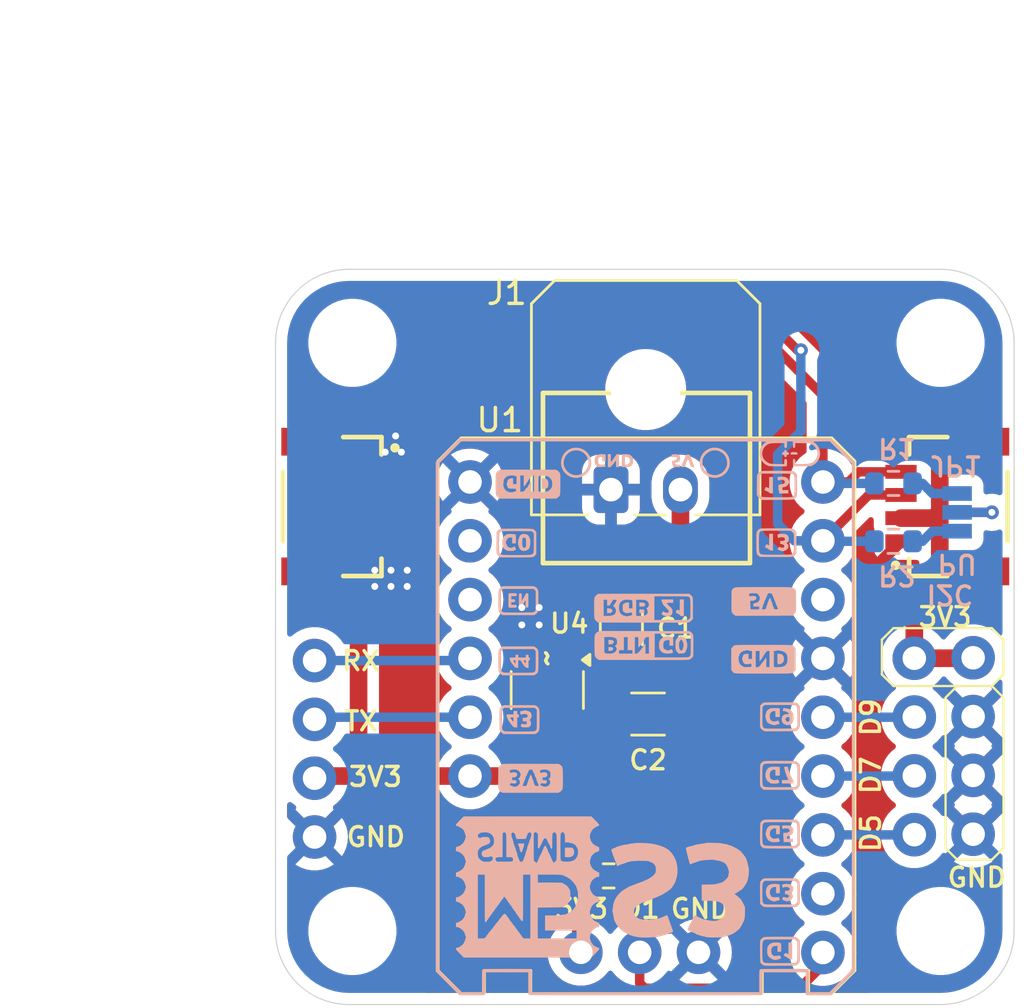
<source format=kicad_pcb>
(kicad_pcb (version 20240108) (generator "pcbnew") (generator_version "8.0")
  (layers (0 "F.Cu" signal) (1 "In1.Cu" power) (2 "In2.Cu" power) (31 "B.Cu" signal) (34 "B.Paste" user) (35 "F.Paste" user) (36 "B.SilkS" user "B.Silkscreen") (37 "F.SilkS" user "F.Silkscreen") (38 "B.Mask" user) (39 "F.Mask" user) (44 "Edge.Cuts" user))
  (net 0 "")
  (net 1 "+12V")
  (net 2 "GND")
  (net 3 "+3.3V")
  (net 4 "SCL")
  (net 5 "SDA")
  (net 6 "GPIO0")
  (net 7 "GPIO3")
  (net 9 "GPIO9")
  (net 10 "GPIO7")
  (net 11 "GPIO1")
  (net 12 "EN")
  (net 13 "GPIO5")
  (net 14 "RX")
  (net 15 "TX")
  (net 21 "Net-(JP1-A)")
  (net 22 "Net-(JP1-B)")
  (footprint "SparkFun-Hardware:STAND-OFF" (layer "F.Cu") (at 138.134 111.58)
    (property "Reference" "ST1")
    (property "Value" "Stand_off")
    (pad "" np_thru_hole circle (at 0 0) (size 3.302 3.302) (drill 3.302) (layers "F&B.Cu" "*.Mask"))
  )
  (footprint "Capacitor_SMD:C_1206_3216Metric" (layer "F.Cu") (at 149.75 98.510644 90)
    (property "Reference" "C1" (at 0 2.35 180) (layer "F.SilkS") (effects (font (size 0.82 0.82))))
    (property "Value" "10UF")
    (pad "1" smd roundrect (at -1.475 0 90) (size 1.15 1.8) (layers "F.Cu" "F.Paste" "F.Mask") (roundrect_rratio 0.217391) (net 1 "+12V"))
    (pad "2" smd roundrect (at 1.475 0 90) (size 1.15 1.8) (layers "F.Cu" "F.Paste" "F.Mask") (roundrect_rratio 0.217391) (net 2 "GND"))
  )
  (footprint "SparkFun-Hardware:STAND-OFF" (layer "F.Cu") (at 163.534 111.58)
    (property "Reference" "ST4")
    (property "Value" "Stand_off")
    (pad "" np_thru_hole circle (at 0 0) (size 3.302 3.302) (drill 3.302) (layers "F&B.Cu" "*.Mask"))
  )
  (footprint "SparkFun-Hardware:STAND-OFF" (layer "F.Cu") (at 138.134 86.18)
    (property "Reference" "ST2")
    (property "Value" "Stand_off")
    (pad "" np_thru_hole circle (at 0 0) (size 3.302 3.302) (drill 3.302) (layers "F&B.Cu" "*.Mask"))
  )
  (footprint "Connector_Molex:Molex_Micro-Fit_3.0_43650-0200_1x02_P3.00mm_Horizontal" (layer "F.Cu") (at 149.3 92.52)
    (property "Reference" "J1" (at -4.5 -8.5 180) (layer "F.SilkS"))
    (property "Value" "Conn_01x02")
    (pad "" np_thru_hole circle (at 1.5 -4.32) (size 3 3) (drill 3) (layers "*.Cu" "*.Mask"))
    (pad "1" thru_hole roundrect (at 0 0) (size 1.5 2.02) (drill 1.02) (layers "*.Cu" "*.Mask") (roundrect_rratio 0.166667) (net 2 "GND"))
    (pad "2" thru_hole oval (at 3 0) (size 1.5 2.02) (drill 1.02) (layers "*.Cu" "*.Mask") (net 1 "+12V"))
  )
  (footprint "SparkFun-Connector:1X03" (layer "F.Cu") (at 153.08 112.5 180)
    (property "Reference" "J4")
    (property "Value" "Conn_01x03")
    (pad "1" thru_hole circle (at 0 0 270) (size 1.8796 1.8796) (drill 1.016) (layers "*.Cu" "*.Mask") (net 2 "GND"))
    (pad "2" thru_hole circle (at 2.54 0 270) (size 1.8796 1.8796) (drill 1.016) (layers "*.Cu" "*.Mask") (net 11 "GPIO1"))
    (pad "3" thru_hole circle (at 5.08 0 270) (size 1.8796 1.8796) (drill 1.016) (layers "*.Cu" "*.Mask") (net 3 "+3.3V"))
  )
  (footprint "SparkFun-Connector:JST04_1MM_RA" (layer "F.Cu") (at 139.739 93.25 -90)
    (property "Reference" "J2")
    (property "Value" "Qwiic_RA")
    (pad "1" smd rect (at -1.5 0 270) (size 0.6 1.35) (layers "F.Cu" "F.Paste" "F.Mask") (net 2 "GND"))
    (pad "2" smd rect (at -0.5 0 270) (size 0.6 1.35) (layers "F.Cu" "F.Paste" "F.Mask") (net 3 "+3.3V"))
    (pad "3" smd rect (at 0.5 0 270) (size 0.6 1.35) (layers "F.Cu" "F.Paste" "F.Mask") (net 5 "SDA"))
    (pad "4" smd rect (at 1.5 0 270) (size 0.6 1.35) (layers "F.Cu" "F.Paste" "F.Mask") (net 4 "SCL"))
    (pad "NC1" smd rect (at 2.8 3.675 270) (size 1.2 2) (layers "F.Cu" "F.Paste" "F.Mask"))
    (pad "NC2" smd rect (at -2.8 3.675 270) (size 1.2 2) (layers "F.Cu" "F.Paste" "F.Mask"))
  )
  (footprint "SparkFun-Resistor:R_0603_1608Metric" (layer "F.Cu") (at 149.2 109.2)
    (property "Reference" "R3")
    (property "Value" "4.7k")
    (pad "1" smd roundrect (at -0.825 0) (size 0.8 0.95) (layers "F.Cu" "F.Paste" "F.Mask") (net 3 "+3.3V"))
    (pad "2" smd roundrect (at 0.825 0) (size 0.8 0.95) (layers "F.Cu" "F.Paste" "F.Mask") (net 11 "GPIO1"))
  )
  (footprint "Package_TO_SOT_SMD:SOT-23-5" (layer "F.Cu") (at 146.55 101.173144 -90)
    (property "Reference" "U4" (at -2.873144 -0.95 180) (layer "F.SilkS") (effects (font (size 0.82 0.82))))
    (property "Value" "XC6220B331MR")
    (pad "1" smd roundrect (at -1.1375 -0.95 270) (size 1.325 0.6) (layers "F.Cu" "F.Paste" "F.Mask") (net 1 "+12V"))
    (pad "2" smd roundrect (at -1.1375 0 270) (size 1.325 0.6) (layers "F.Cu" "F.Paste" "F.Mask") (net 2 "GND"))
    (pad "3" smd roundrect (at -1.1375 0.95 270) (size 1.325 0.6) (layers "F.Cu" "F.Paste" "F.Mask") (net 1 "+12V"))
    (pad "4" smd roundrect (at 1.1375 0.95 270) (size 1.325 0.6) (layers "F.Cu" "F.Paste" "F.Mask"))
    (pad "5" smd roundrect (at 1.1375 -0.95 270) (size 1.325 0.6) (layers "F.Cu" "F.Paste" "F.Mask") (net 3 "+3.3V"))
  )
  (footprint "SparkFun-Connector:JST04_1MM_RA" (layer "F.Cu") (at 161.825 93.25 90)
    (property "Reference" "J3")
    (property "Value" "Qwiic_RA")
    (pad "1" smd rect (at -1.5 0 90) (size 0.6 1.35) (layers "F.Cu" "F.Paste" "F.Mask") (net 2 "GND"))
    (pad "2" smd rect (at -0.5 0 90) (size 0.6 1.35) (layers "F.Cu" "F.Paste" "F.Mask") (net 3 "+3.3V"))
    (pad "3" smd rect (at 0.5 0 90) (size 0.6 1.35) (layers "F.Cu" "F.Paste" "F.Mask") (net 5 "SDA"))
    (pad "4" smd rect (at 1.5 0 90) (size 0.6 1.35) (layers "F.Cu" "F.Paste" "F.Mask") (net 4 "SCL"))
    (pad "NC1" smd rect (at 2.8 3.675 90) (size 1.2 2) (layers "F.Cu" "F.Paste" "F.Mask"))
    (pad "NC2" smd rect (at -2.8 3.675 90) (size 1.2 2) (layers "F.Cu" "F.Paste" "F.Mask"))
  )
  (footprint "M5KiCad:STAMP-S3-2_54-SOCKET" (layer "F.Cu") (at 150.833084 102.288375 180)
    (property "Reference" "U1" (at 7.433084 12.188375 0) (layer "F.SilkS") (effects (justify left bottom)))
    (property "Value" "~" (at 3.748203 2.053789 90) (layer "F.SilkS") (effects (justify left bottom)))
    (fp_text user "EN" (at 6.1 5.3 180) (layer "B.SilkS") (effects (font (size 0.5 0.5) (thickness 0.125) (bold yes)) (justify left bottom mirror)))
    (pad "1" thru_hole circle (at -7.62 -10.22 180) (size 1.8796 1.8796) (drill 1.016) (layers "*.Cu" "*.Mask") (net 11 "GPIO1"))
    (pad "2" thru_hole circle (at -7.62 -7.68 180) (size 1.8796 1.8796) (drill 1.016) (layers "*.Cu" "*.Mask") (net 7 "GPIO3"))
    (pad "3" thru_hole circle (at -7.62 -5.14 180) (size 1.8796 1.8796) (drill 1.016) (layers "*.Cu" "*.Mask") (net 13 "GPIO5"))
    (pad "4" thru_hole circle (at -7.62 -2.6 180) (size 1.8796 1.8796) (drill 1.016) (layers "*.Cu" "*.Mask") (net 10 "GPIO7"))
    (pad "5" thru_hole circle (at -7.62 -0.06 180) (size 1.8796 1.8796) (drill 1.016) (layers "*.Cu" "*.Mask") (net 9 "GPIO9"))
    (pad "6" thru_hole circle (at -7.62 2.48 180) (size 1.8796 1.8796) (drill 1.016) (layers "*.Cu" "*.Mask") (net 2 "GND"))
    (pad "7" thru_hole circle (at -7.62 5.02 180) (size 1.8796 1.8796) (drill 1.016) (layers "*.Cu" "*.Mask"))
    (pad "8" thru_hole circle (at -7.62 7.56 180) (size 1.8796 1.8796) (drill 1.016) (layers "*.Cu" "*.Mask") (net 5 "SDA"))
    (pad "9" thru_hole circle (at -7.62 10.1 180) (size 1.8796 1.8796) (drill 1.016) (layers "*.Cu" "*.Mask") (net 4 "SCL"))
    (pad "10" thru_hole circle (at 7.62 10.1 180) (size 1.8796 1.8796) (drill 1.016) (layers "*.Cu" "*.Mask") (net 2 "GND"))
    (pad "11" thru_hole circle (at 7.62 7.56 180) (size 1.8796 1.8796) (drill 1.016) (layers "*.Cu" "*.Mask") (net 6 "GPIO0"))
    (pad "12" thru_hole circle (at 7.62 5.02 180) (size 1.8796 1.8796) (drill 1.016) (layers "*.Cu" "*.Mask") (net 12 "EN"))
    (pad "13" thru_hole circle (at 7.62 2.48 180) (size 1.8796 1.8796) (drill 1.016) (layers "*.Cu" "*.Mask") (net 14 "RX"))
    (pad "14" thru_hole circle (at 7.62 -0.06 270) (size 1.8796 1.8796) (drill 1.016) (layers "*.Cu" "*.Mask") (net 15 "TX"))
    (pad "15" thru_hole circle (at 7.62 -2.6 180) (size 1.8796 1.8796) (drill 1.016) (layers "*.Cu" "*.Mask") (net 3 "+3.3V"))
  )
  (footprint "SparkFun-Hardware:STAND-OFF" (layer "F.Cu") (at 163.534 86.18)
    (property "Reference" "ST3")
    (property "Value" "Stand_off")
    (pad "" np_thru_hole circle (at 0 0) (size 3.302 3.302) (drill 3.302) (layers "F&B.Cu" "*.Mask"))
  )
  (footprint "Capacitor_SMD:C_1206_3216Metric" (layer "F.Cu") (at 150.9 102.210644)
    (property "Reference" "C2" (at 0 1.989356 0) (layer "F.SilkS") (effects (font (size 0.82 0.82))))
    (property "Value" "10UF")
    (pad "1" smd roundrect (at -1.475 0) (size 1.15 1.8) (layers "F.Cu" "F.Paste" "F.Mask") (roundrect_rratio 0.217391) (net 3 "+3.3V"))
    (pad "2" smd roundrect (at 1.475 0) (size 1.15 1.8) (layers "F.Cu" "F.Paste" "F.Mask") (roundrect_rratio 0.217391) (net 2 "GND"))
  )
  (footprint "SparkFun-Connector:1X04" (layer "F.Cu") (at 136.5 107.52 90)
    (property "Reference" "J5")
    (property "Value" "Conn_01x04")
    (pad "1" thru_hole circle (at 0 0 180) (size 1.8796 1.8796) (drill 1.016) (layers "*.Cu" "*.Mask") (net 2 "GND"))
    (pad "2" thru_hole circle (at 2.54 0 180) (size 1.8796 1.8796) (drill 1.016) (layers "*.Cu" "*.Mask") (net 3 "+3.3V"))
    (pad "3" thru_hole circle (at 5.08 0 180) (size 1.8796 1.8796) (drill 1.016) (layers "*.Cu" "*.Mask") (net 15 "TX"))
    (pad "4" thru_hole circle (at 7.62 0 180) (size 1.8796 1.8796) (drill 1.016) (layers "*.Cu" "*.Mask") (net 14 "RX"))
  )
  (footprint "SparkFun-Connector:1X04" (layer "F.Cu") (at 164.94 99.78 -90)
    (property "Reference" "J7")
    (property "Value" "Conn_01x04")
    (pad "1" thru_hole circle (at 0 0) (size 1.8796 1.8796) (drill 1.016) (layers "*.Cu" "*.Mask") (net 3 "+3.3V"))
    (pad "2" thru_hole circle (at 2.54 0) (size 1.8796 1.8796) (drill 1.016) (layers "*.Cu" "*.Mask") (net 2 "GND"))
    (pad "3" thru_hole circle (at 5.08 0) (size 1.8796 1.8796) (drill 1.016) (layers "*.Cu" "*.Mask") (net 2 "GND"))
    (pad "4" thru_hole circle (at 7.62 0) (size 1.8796 1.8796) (drill 1.016) (layers "*.Cu" "*.Mask") (net 2 "GND"))
  )
  (footprint "SparkFun-Connector:1X04" (layer "F.Cu") (at 162.4 99.8 -90)
    (property "Reference" "J6")
    (property "Value" "Conn_01x04")
    (pad "1" thru_hole circle (at 0 0) (size 1.8796 1.8796) (drill 1.016) (layers "*.Cu" "*.Mask") (net 3 "+3.3V"))
    (pad "2" thru_hole circle (at 2.54 0) (size 1.8796 1.8796) (drill 1.016) (layers "*.Cu" "*.Mask") (net 9 "GPIO9"))
    (pad "3" thru_hole circle (at 5.08 0) (size 1.8796 1.8796) (drill 1.016) (layers "*.Cu" "*.Mask") (net 10 "GPIO7"))
    (pad "4" thru_hole circle (at 7.62 0) (size 1.8796 1.8796) (drill 1.016) (layers "*.Cu" "*.Mask") (net 13 "GPIO5"))
  )
  (footprint "SparkFun-Resistor:R_0603_1608Metric" (layer "B.Cu") (at 161.5 94.75)
    (property "Reference" "R1")
    (property "Value" "4.7k")
    (pad "1" smd roundrect (at -0.825 0) (size 0.8 0.95) (layers "B.Cu" "B.Paste" "B.Mask") (net 5 "SDA"))
    (pad "2" smd roundrect (at 0.825 0) (size 0.8 0.95) (layers "B.Cu" "B.Paste" "B.Mask") (net 22 "Net-(JP1-B)"))
  )
  (footprint "SparkFun-Jumper:SMT-JUMPER_3_NO_NO-SILK" (layer "B.Cu") (at 164.25 93.5 -90)
    (property "Reference" "JP1")
    (property "Value" "SolderJumper_3_Open")
    (pad "1" smd rect (at -0.8128 0 270) (size 0.635 1.27) (layers "B.Cu" "B.Mask") (net 21 "Net-(JP1-A)"))
    (pad "2" smd rect (at 0 0 270) (size 0.635 1.27) (layers "B.Cu" "B.Mask") (net 3 "+3.3V"))
    (pad "3" smd rect (at 0.8128 0 270) (size 0.635 1.27) (layers "B.Cu" "B.Mask") (net 22 "Net-(JP1-B)"))
  )
  (footprint "SparkFun-Resistor:R_0603_1608Metric" (layer "B.Cu") (at 161.5 92.25)
    (property "Reference" "R2")
    (property "Value" "4.7k")
    (pad "1" smd roundrect (at -0.825 0) (size 0.8 0.95) (layers "B.Cu" "B.Paste" "B.Mask") (net 4 "SCL"))
    (pad "2" smd roundrect (at 0.825 0) (size 0.8 0.95) (layers "B.Cu" "B.Paste" "B.Mask") (net 21 "Net-(JP1-A)"))
  )
  (gr_line (start 163.75 101.5) (end 164.25 101) (stroke (width 0.1)) (layer "F.SilkS"))
  (gr_line (start 165.75 101) (end 161.5 101) (stroke (width 0.1)) (layer "F.SilkS"))
  (gr_line (start 163.75 101.75) (end 163.75 101.5) (stroke (width 0.1)) (layer "F.SilkS"))
  (gr_line (start 164.25 108.5) (end 165.75 108.5) (stroke (width 0.1)) (layer "F.SilkS"))
  (gr_line (start 163 98.5) (end 165.75 98.5) (stroke (width 0.1)) (layer "F.SilkS"))
  (gr_line (start 163.75 108) (end 163.75 101.75) (stroke (width 0.1)) (layer "F.SilkS"))
  (gr_line (start 161.5 98.5) (end 163 98.5) (stroke (width 0.1)) (layer "F.SilkS"))
  (gr_line (start 165.75 98.5) (end 166.25 99) (stroke (width 0.1)) (layer "F.SilkS"))
  (gr_line (start 163.75 108) (end 164.25 108.5) (stroke (width 0.1)) (layer "F.SilkS"))
  (gr_line (start 166.25 108) (end 166.25 101.5) (stroke (width 0.1)) (layer "F.SilkS"))
  (gr_line (start 161 100.5) (end 161 99) (stroke (width 0.1)) (layer "F.SilkS"))
  (gr_line (start 166.25 100.5) (end 165.75 101) (stroke (width 0.1)) (layer "F.SilkS"))
  (gr_line (start 166.25 99) (end 166.25 100.5) (stroke (width 0.1)) (layer "F.SilkS"))
  (gr_line (start 166.25 101.5) (end 165.75 101) (stroke (width 0.1)) (layer "F.SilkS"))
  (gr_line (start 161 99) (end 161.5 98.5) (stroke (width 0.1)) (layer "F.SilkS"))
  (gr_line (start 161.5 101) (end 161 100.5) (stroke (width 0.1)) (layer "F.SilkS"))
  (gr_line (start 165.75 108.5) (end 166.25 108) (stroke (width 0.1)) (layer "F.SilkS"))
  (gr_line (start 134.814 111.58) (end 134.814 86.18) (stroke (width 0.05)) (layer "Edge.Cuts"))
  (gr_line (start 137.989 83.005) (end 163.534 83.005) (stroke (width 0.05)) (layer "Edge.Cuts"))
  (gr_line (start 166.709 108.75) (end 166.709 111.58) (stroke (width 0.05)) (layer "Edge.Cuts"))
  (gr_arc (start 137.989 114.755) (mid 135.743936 113.825064) (end 134.814 111.58) (stroke (width 0.05)) (layer "Edge.Cuts"))
  (gr_line (start 163.534 114.755) (end 137.989 114.755) (stroke (width 0.05)) (layer "Edge.Cuts"))
  (gr_arc (start 163.534 83.005) (mid 165.779064 83.934936) (end 166.709 86.18) (stroke (width 0.05)) (layer "Edge.Cuts"))
  (gr_arc (start 134.814 86.18) (mid 135.743936 83.934936) (end 137.989 83.005) (stroke (width 0.05)) (layer "Edge.Cuts"))
  (gr_arc (start 166.709 111.58) (mid 165.779064 113.825064) (end 163.534 114.755) (stroke (width 0.05)) (layer "Edge.Cuts"))
  (gr_line (start 166.709 86.18) (end 166.709 108.75) (stroke (width 0.05)) (layer "Edge.Cuts"))
  (gr_text "JP1" (at 163 91 180) (layer "B.SilkS") (effects (font (size 0.82 0.82) (thickness 0.15) (bold yes)) (justify left bottom mirror)))
  (gr_text "I2C \nPU" (at 164.25 95.25 180) (layer "B.SilkS") (effects (font (size 0.82 0.82) (thickness 0.15) (bold yes)) (justify bottom mirror)))
  (gr_text "R2" (at 160.75 95.75 180) (layer "B.SilkS") (effects (font (size 0.82 0.82) (thickness 0.15) (bold yes)) (justify left bottom mirror)))
  (gr_text "R1" (at 160.75 90.25 180) (layer "B.SilkS") (effects (font (size 0.82 0.82) (thickness 0.15) (bold yes)) (justify left bottom mirror)))
  (gr_text "D1" (at 149.7 111.1 0) (layer "F.SilkS") (effects (font (size 0.82 0.82) (thickness 0.15) (bold yes)) (justify left bottom)))
  (gr_text "GND" (at 163.75 109.75 0) (layer "F.SilkS") (effects (font (size 0.82 0.82) (thickness 0.15) (bold yes)) (justify left bottom)))
  (gr_text "GND" (at 151.8 111.1 0) (layer "F.SilkS") (effects (font (size 0.82 0.82) (thickness 0.15) (bold yes)) (justify left bottom)))
  (gr_text "GND" (at 137.8 108 0) (layer "F.SilkS") (effects (font (size 0.82 0.82) (thickness 0.15) (bold yes)) (justify left bottom)))
  (gr_text "D7" (at 161 105.75 90) (layer "F.SilkS") (effects (font (size 0.82 0.82) (thickness 0.15) (bold yes)) (justify left bottom)))
  (gr_text "D9" (at 161 103.25 90) (layer "F.SilkS") (effects (font (size 0.82 0.82) (thickness 0.15) (bold yes)) (justify left bottom)))
  (gr_text "TX" (at 137.7 103 0) (layer "F.SilkS") (effects (font (size 0.82 0.82) (thickness 0.15) (bold yes)) (justify left bottom)))
  (gr_text "D5" (at 161 108.25 90) (layer "F.SilkS") (effects (font (size 0.82 0.82) (thickness 0.15) (bold yes)) (justify left bottom)))
  (gr_text "3V3" (at 146.8 111.1 0) (layer "F.SilkS") (effects (font (size 0.82 0.82) (thickness 0.15) (bold yes)) (justify left bottom)))
  (gr_text "3V3" (at 137.9 105.4 0) (layer "F.SilkS") (effects (font (size 0.82 0.82) (thickness 0.15) (bold yes)) (justify left bottom)))
  (gr_text "3V3" (at 162.5 98.5 0) (layer "F.SilkS") (effects (font (size 0.82 0.82) (thickness 0.15) (bold yes)) (justify left bottom)))
  (gr_text "RX" (at 137.6 100.4 0) (layer "F.SilkS") (effects (font (size 0.82 0.82) (thickness 0.15) (bold yes)) (justify left bottom)))
  (segment (start 149.75 99.985644) (end 147.55 99.985644) (width 0.635) (layer "F.Cu") (net 1))
  (segment (start 146.984356 101.215644) (end 147.5 100.7) (width 0.4064) (layer "F.Cu") (net 1))
  (segment (start 152.3 92.52) (end 152.3 99.2) (width 0.762) (layer "F.Cu") (net 1))
  (segment (start 147.5 100.7) (end 147.5 100.035644) (width 0.4064) (layer "F.Cu") (net 1))
  (segment (start 151.514356 99.985644) (end 149.75 99.985644) (width 0.762) (layer "F.Cu") (net 1))
  (segment (start 146.119356 101.215644) (end 145.6 100.696288) (width 0.4064) (layer "F.Cu") (net 1))
  (segment (start 152.3 99.2) (end 151.514356 99.985644) (width 0.762) (layer "F.Cu") (net 1))
  (segment (start 147.55 99.985644) (end 147.5 100.035644) (width 0.635) (layer "F.Cu") (net 1))
  (segment (start 145.6 100.696288) (end 145.6 100.035644) (width 0.4064) (layer "F.Cu") (net 1))
  (segment (start 146.984356 101.215644) (end 146.119356 101.215644) (width 0.4064) (layer "F.Cu") (net 1))
  (segment (start 140.25 91.239) (end 139.739 91.75) (width 0.4064) (layer "F.Cu") (net 2))
  (segment (start 139.55 90.9) (end 139.35 91.1) (width 0.4064) (layer "F.Cu") (net 2))
  (segment (start 139.35 91.4) (end 139.7 91.75) (width 0.4064) (layer "F.Cu") (net 2))
  (segment (start 140 90.9) (end 140 91.239) (width 0.4064) (layer "F.Cu") (net 2))
  (segment (start 139.489 91.75) (end 139.45 91.75) (width 0.4064) (layer "F.Cu") (net 2))
  (segment (start 139.35 91.1) (end 139.35 91.4) (width 0.4064) (layer "F.Cu") (net 2))
  (via (at 140.5 96) (size 0.6) (drill 0.3) (layers "F.Cu" "B.Cu") (net 2))
  (via (at 140.5 96.7) (size 0.6) (drill 0.3) (layers "F.Cu" "B.Cu") (net 2))
  (via (at 139.1 96) (size 0.6) (drill 0.3) (layers "F.Cu" "B.Cu") (net 2))
  (via (at 139.55 90.9) (size 0.6) (drill 0.3) (layers "F.Cu" "B.Cu") (net 2))
  (via (at 139.8 96.7) (size 0.6) (drill 0.3) (layers "F.Cu" "B.Cu") (net 2))
  (via (at 140 90.2) (size 0.6) (drill 0.3) (layers "F.Cu" "B.Cu") (net 2))
  (via (at 146.2 98.360644) (size 0.6) (drill 0.3) (layers "F.Cu" "B.Cu") (net 2))
  (via (at 146.2 97.610644) (size 0.6) (drill 0.3) (layers "F.Cu" "B.Cu") (net 2))
  (via (at 139.1 96.7) (size 0.6) (drill 0.3) (layers "F.Cu" "B.Cu") (net 2))
  (via (at 145.45 97.610644) (size 0.6) (drill 0.3) (layers "F.Cu" "B.Cu") (net 2))
  (via (at 139.8 96) (size 0.6) (drill 0.3) (layers "F.Cu" "B.Cu") (net 2))
  (via (at 140.25 90.9) (size 0.6) (drill 0.3) (layers "F.Cu" "B.Cu") (net 2))
  (via (at 145.45 98.360644) (size 0.6) (drill 0.3) (layers "F.Cu" "B.Cu") (net 2))
  (segment (start 162.56 99.8) (end 165.08 99.8) (width 0.762) (layer "F.Cu") (net 3))
  (segment (start 137.75 91) (end 139.5 89.25) (width 0.762) (layer "F.Cu") (net 3))
  (segment (start 149.325 102.310644) (end 149.425 102.210644) (width 0.762) (layer "F.Cu") (net 3))
  (segment (start 165.75 93.5) (end 163.5 93.5) (width 0.4064) (layer "F.Cu") (net 3))
  (segment (start 137.75 98.35) (end 138.4 99) (width 0.762) (layer "F.Cu") (net 3))
  (segment (start 163.5 91.254077) (end 163.5 93.5) (width 0.762) (layer "F.Cu") (net 3))
  (segment (start 163.5 96.2) (end 162.4 97.3) (width 0.762) (layer "F.Cu") (net 3))
  (segment (start 148.375 110.375) (end 148 110.75) (width 0.762) (layer "F.Cu") (net 3))
  (segment (start 163.25 93.75) (end 161.825 93.75) (width 0.762) (layer "F.Cu") (net 3))
  (segment (start 140.5 89.25) (end 145.5 84.25) (width 0.762) (layer "F.Cu") (net 3))
  (segment (start 137.75 92.75) (end 137.75 98.35) (width 0.762) (layer "F.Cu") (net 3))
  (segment (start 148.25 104.888375) (end 148.375 105.013375) (width 0.762) (layer "F.Cu") (net 3))
  (segment (start 148.375 109.2) (end 148.375 110.375) (width 0.762) (layer "F.Cu") (net 3))
  (segment (start 145.5 84.25) (end 156.495923 84.25) (width 0.762) (layer "F.Cu") (net 3))
  (segment (start 162.4 97.3) (end 162.4 99.8) (width 0.762) (layer "F.Cu") (net 3))
  (segment (start 139.5 89.25) (end 140.5 89.25) (width 0.762) (layer "F.Cu") (net 3))
  (segment (start 148.375 109.2) (end 148.375 105.013375) (width 0.762) (layer "F.Cu") (net 3))
  (segment (start 138.4 104.888375) (end 136.591625 104.888375) (width 0.762) (layer "F.Cu") (net 3))
  (segment (start 156.495923 84.25) (end 163.5 91.254077) (width 0.762) (layer "F.Cu") (net 3))
  (segment (start 148 110.75) (end 148 112.5) (width 0.762) (layer "F.Cu") (net 3))
  (segment (start 143.213084 104.888375) (end 148.25 104.888375) (width 0.762) (layer "F.Cu") (net 3))
  (segment (start 163.5 93.5) (end 163.5 96.2) (width 0.762) (layer "F.Cu") (net 3))
  (segment (start 138.4 99) (end 138.4 104.888375) (width 0.762) (layer "F.Cu") (net 3))
  (segment (start 163.5 93.5) (end 163.25 93.75) (width 0.762) (layer "F.Cu") (net 3))
  (segment (start 147.5 102.310644) (end 149.325 102.310644) (width 0.762) (layer "F.Cu") (net 3))
  (segment (start 148.25 104.888375) (end 149.425 103.713375) (width 0.762) (layer "F.Cu") (net 3))
  (segment (start 136.591625 104.888375) (end 136.5 104.98) (width 0.762) (layer "F.Cu") (net 3))
  (segment (start 143.213084 104.888375) (end 138.4 104.888375) (width 0.762) (layer "F.Cu") (net 3))
  (segment (start 137.75 92.75) (end 137.75 91) (width 0.762) (layer "F.Cu") (net 3))
  (segment (start 137.75 92.75) (end 139.489 92.75) (width 0.762) (layer "F.Cu") (net 3))
  (segment (start 149.425 103.713375) (end 149.425 102.210644) (width 0.762) (layer "F.Cu") (net 3))
  (segment (start 165.08 99.8) (end 165.1 99.78) (width 0.762) (layer "F.Cu") (net 3))
  (via (at 165.75 93.5) (size 0.6) (drill 0.3) (layers "F.Cu" "B.Cu") (net 3))
  (segment (start 164.25 93.5) (end 165.75 93.5) (width 0.4064) (layer "B.Cu") (net 3))
  (segment (start 143 89.5) (end 141.5 91) (width 0.4064) (layer "F.Cu") (net 4))
  (segment (start 141 94.75) (end 139.489 94.75) (width 0.4064) (layer "F.Cu") (net 4))
  (segment (start 160 91.75) (end 161.825 91.75) (width 0.4064) (layer "F.Cu") (net 4))
  (segment (start 158.453084 88.453084) (end 156 86) (width 0.4064) (layer "F.Cu") (net 4))
  (segment (start 156 86) (end 147.5 86) (width 0.4064) (layer "F.Cu") (net 4))
  (segment (start 159.561625 92.188375) (end 160 91.75) (width 0.4064) (layer "F.Cu") (net 4))
  (segment (start 158.453084 92.188375) (end 159.561625 92.188375) (width 0.4064) (layer "F.Cu") (net 4))
  (segment (start 141.5 94.25) (end 141 94.75) (width 0.4064) (layer "F.Cu") (net 4))
  (segment (start 144 89.5) (end 143 89.5) (width 0.4064) (layer "F.Cu") (net 4))
  (segment (start 158.453084 92.188375) (end 158.453084 88.453084) (width 0.4064) (layer "F.Cu") (net 4))
  (segment (start 147.5 86) (end 144 89.5) (width 0.4064) (layer "F.Cu") (net 4))
  (segment (start 141.5 91) (end 141.5 94.25) (width 0.4064) (layer "F.Cu") (net 4))
  (segment (start 158.514709 92.25) (end 158.453084 92.188375) (width 0.4064) (layer "B.Cu") (net 4))
  (segment (start 160.675 92.25) (end 158.514709 92.25) (width 0.4064) (layer "B.Cu") (net 4))
  (segment (start 157.35758 86.5) (end 156.25118 85.3936) (width 0.4064) (layer "F.Cu") (net 5))
  (segment (start 158.453084 94.728375) (end 160.431459 92.75) (width 0.4064) (layer "F.Cu") (net 5))
  (segment (start 140.8936 90.74882) (end 140.8936 93.3564) (width 0.4064) (layer "F.Cu") (net 5))
  (segment (start 140.8936 93.3564) (end 140.5 93.75) (width 0.4064) (layer "F.Cu") (net 5))
  (segment (start 143.74882 88.8936) (end 142.74882 88.8936) (width 0.4064) (layer "F.Cu") (net 5))
  (segment (start 140.5 93.75) (end 139.489 93.75) (width 0.4064) (layer "F.Cu") (net 5))
  (segment (start 142.74882 88.8936) (end 140.8936 90.74882) (width 0.4064) (layer "F.Cu") (net 5))
  (segment (start 147.24882 85.3936) (end 143.74882 88.8936) (width 0.4064) (layer "F.Cu") (net 5))
  (segment (start 160.431459 92.75) (end 161.825 92.75) (width 0.4064) (layer "F.Cu") (net 5))
  (segment (start 157.5 86.5) (end 157.35758 86.5) (width 0.4064) (layer "F.Cu") (net 5))
  (segment (start 156.25118 85.3936) (end 147.24882 85.3936) (width 0.4064) (layer "F.Cu") (net 5))
  (via (at 157.5 86.5) (size 0.6) (drill 0.3) (layers "F.Cu" "B.Cu") (net 5))
  (segment (start 156.5 91) (end 156.5 94) (width 0.4064) (layer "B.Cu") (net 5))
  (segment (start 156.5 94) (end 157.228375 94.728375) (width 0.4064) (layer "B.Cu") (net 5))
  (segment (start 160.675 94.75) (end 158.474709 94.75) (width 0.4064) (layer "B.Cu") (net 5))
  (segment (start 157.5 86.5) (end 157.5 90) (width 0.4064) (layer "B.Cu") (net 5))
  (segment (start 157.5 90) (end 156.5 91) (width 0.4064) (layer "B.Cu") (net 5))
  (segment (start 158.474709 94.75) (end 158.453084 94.728375) (width 0.4064) (layer "B.Cu") (net 5))
  (segment (start 157.228375 94.728375) (end 158.453084 94.728375) (width 0.4064) (layer "B.Cu") (net 5))
  (segment (start 162.551625 102.348375) (end 162.56 102.34) (width 0.4064) (layer "B.Cu") (net 9))
  (segment (start 158.453084 102.348375) (end 162.551625 102.348375) (width 0.4064) (layer "B.Cu") (net 9))
  (segment (start 162.551625 104.888375) (end 162.56 104.88) (width 0.4064) (layer "B.Cu") (net 10))
  (segment (start 158.453084 104.888375) (end 162.551625 104.888375) (width 0.4064) (layer "B.Cu") (net 10))
  (segment (start 150.54 112.5) (end 150.54 113.829077) (width 0.4064) (layer "F.Cu") (net 11))
  (segment (start 150.54 113.829077) (end 150.762723 114.0518) (width 0.4064) (layer "F.Cu") (net 11))
  (segment (start 150.025 109.2) (end 150.025 110.025) (width 0.4064) (layer "F.Cu") (net 11))
  (segment (start 158.453084 113.046916) (end 158.453084 112.508375) (width 0.4064) (layer "F.Cu") (net 11))
  (segment (start 150.54 110.54) (end 150.54 112.5) (width 0.4064) (layer "F.Cu") (net 11))
  (segment (start 157.4482 114.0518) (end 158.453084 113.046916) (width 0.4064) (layer "F.Cu") (net 11))
  (segment (start 150.762723 114.0518) (end 157.4482 114.0518) (width 0.4064) (layer "F.Cu") (net 11))
  (segment (start 150.025 110.025) (end 150.54 110.54) (width 0.4064) (layer "F.Cu") (net 11))
  (segment (start 162.551625 107.428375) (end 162.56 107.42) (width 0.4064) (layer "B.Cu") (net 13))
  (segment (start 158.453084 107.428375) (end 162.551625 107.428375) (width 0.4064) (layer "B.Cu") (net 13))
  (segment (start 136.5 99.9) (end 143.121459 99.9) (width 0.4064) (layer "B.Cu") (net 14))
  (segment (start 143.121459 99.9) (end 143.213084 99.808375) (width 0.4064) (layer "B.Cu") (net 14))
  (segment (start 136.591625 102.348375) (end 136.5 102.44) (width 0.4064) (layer "B.Cu") (net 15))
  (segment (start 143.213084 102.348375) (end 136.591625 102.348375) (width 0.4064) (layer "B.Cu") (net 15))
  (segment (start 162.75 92.25) (end 163.1872 92.6872) (width 0.4064) (layer "B.Cu") (net 21))
  (segment (start 162.325 92.25) (end 162.75 92.25) (width 0.4064) (layer "B.Cu") (net 21))
  (segment (start 163.1872 92.6872) (end 164.25 92.6872) (width 0.4064) (layer "B.Cu") (net 21))
  (segment (start 162.75 94.75) (end 163.1872 94.3128) (width 0.4064) (layer "B.Cu") (net 22))
  (segment (start 162.325 94.75) (end 162.75 94.75) (width 0.4064) (layer "B.Cu") (net 22))
  (segment (start 163.1872 94.3128) (end 164.25 94.3128) (width 0.4064) (layer "B.Cu") (net 22))
  (zone (net 2) (net_name "GND") (layer "F.Cu") (connect_pads (clearance 0.5)) (min_thickness 0.25) (fill yes (thermal_gap 0.5) (thermal_bridge_width 0.5))
    (polygon (pts (xy 134.432 89.25) (xy 134.432 108.5) (xy 141.25 108.5) (xy 141.25 114.882) (xy 160.5 114.882) (xy 160.5 108.5) (xy 166.836 108.5) (xy 166.836 89.25) (xy 160.5 89.25) (xy 160.5 82.878) (xy 141.25 82.878) (xy 141.25 89.25)))
  )
  (zone (net 2) (net_name "GND") (layer "B.Cu") (connect_pads (clearance 0.5)) (min_thickness 0.25) (fill yes (thermal_gap 0.5) (thermal_bridge_width 0.5))
    (polygon (pts (xy 134.346 114.932) (xy 166.75 114.932) (xy 166.75 82.928) (xy 134.346 82.928)))
  )
)
</source>
